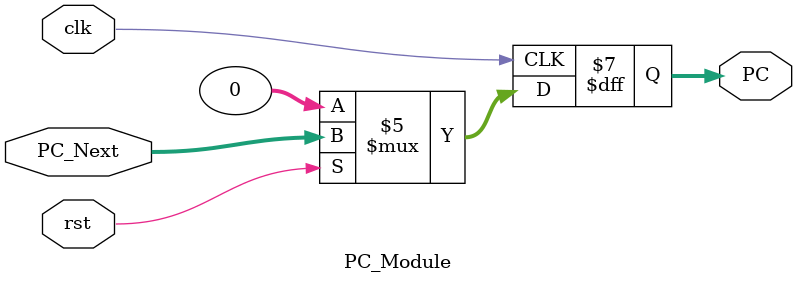
<source format=v>
module PC_Module(clk,rst,PC,PC_Next);
    input clk,rst;
    input [31:0]PC_Next;
    output reg [31:0]PC;

    always @(posedge clk)
    begin
        if(~rst)
            PC <= {32{1'b0}};
        else
            PC <= PC_Next;
    end
    
    initial PC = 32'd0;
endmodule

</source>
